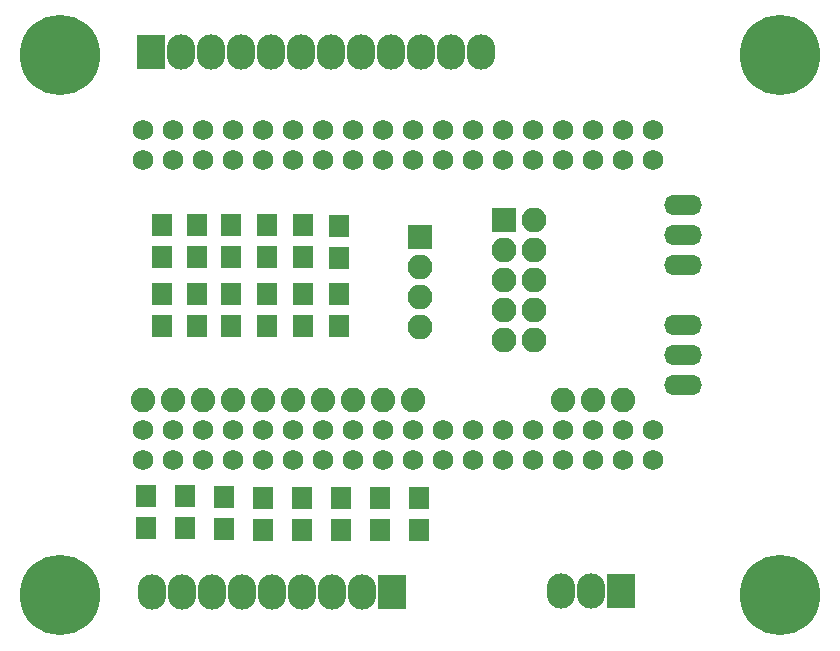
<source format=gbr>
G04 #@! TF.GenerationSoftware,KiCad,Pcbnew,(5.1.5-0)*
G04 #@! TF.CreationDate,2020-11-12T13:18:58+00:00*
G04 #@! TF.ProjectId,Strummi,53747275-6d6d-4692-9e6b-696361645f70,rev?*
G04 #@! TF.SameCoordinates,Original*
G04 #@! TF.FileFunction,Soldermask,Top*
G04 #@! TF.FilePolarity,Negative*
%FSLAX46Y46*%
G04 Gerber Fmt 4.6, Leading zero omitted, Abs format (unit mm)*
G04 Created by KiCad (PCBNEW (5.1.5-0)) date 2020-11-12 13:18:58*
%MOMM*%
%LPD*%
G04 APERTURE LIST*
%ADD10C,6.800000*%
%ADD11O,2.400000X3.000000*%
%ADD12R,2.400000X3.000000*%
%ADD13R,1.700000X1.900000*%
%ADD14O,3.219200X1.711200*%
%ADD15C,2.082800*%
%ADD16C,1.727200*%
%ADD17O,2.100000X2.100000*%
%ADD18R,2.100000X2.100000*%
G04 APERTURE END LIST*
D10*
X106680000Y-91440000D03*
X167640000Y-91440000D03*
X167640000Y-137160000D03*
X106680000Y-137160000D03*
D11*
X114427000Y-136906000D03*
X116967000Y-136906000D03*
X119507000Y-136906000D03*
X122047000Y-136906000D03*
X124587000Y-136906000D03*
X127127000Y-136906000D03*
X129667000Y-136906000D03*
X132207000Y-136906000D03*
D12*
X134747000Y-136906000D03*
D11*
X142303500Y-91186000D03*
X139763500Y-91186000D03*
X137223500Y-91186000D03*
X134683500Y-91186000D03*
X132143500Y-91186000D03*
X129603500Y-91186000D03*
X127063500Y-91186000D03*
X124523500Y-91186000D03*
X121983500Y-91186000D03*
X119443500Y-91186000D03*
X116903500Y-91186000D03*
D12*
X114363500Y-91186000D03*
D13*
X113919000Y-128778000D03*
X113919000Y-131478000D03*
X117221000Y-131478000D03*
X117221000Y-128778000D03*
X120523000Y-128825000D03*
X120523000Y-131525000D03*
X123825000Y-131605000D03*
X123825000Y-128905000D03*
X127127000Y-128905000D03*
X127127000Y-131605000D03*
X130429000Y-131605000D03*
X130429000Y-128905000D03*
X133731000Y-128905000D03*
X133731000Y-131605000D03*
X137033000Y-131605000D03*
X137033000Y-128905000D03*
X115316000Y-108538000D03*
X115316000Y-105838000D03*
X115316000Y-111633000D03*
X115316000Y-114333000D03*
X118237000Y-105838000D03*
X118237000Y-108538000D03*
X118237000Y-111633000D03*
X118237000Y-114333000D03*
X121158000Y-108538000D03*
X121158000Y-105838000D03*
X121158000Y-114333000D03*
X121158000Y-111633000D03*
X124206000Y-105838000D03*
X124206000Y-108538000D03*
X124206000Y-111633000D03*
X124206000Y-114333000D03*
X127254000Y-108538000D03*
X127254000Y-105838000D03*
X127254000Y-114333000D03*
X127254000Y-111633000D03*
X130302000Y-105885000D03*
X130302000Y-108585000D03*
X130302000Y-111633000D03*
X130302000Y-114333000D03*
D14*
X159441024Y-114282076D03*
X159441024Y-116822076D03*
X159441024Y-119362076D03*
X159441024Y-104122076D03*
X159441024Y-106662076D03*
X159441024Y-109202076D03*
D15*
X154343101Y-120650000D03*
X151803101Y-120650000D03*
X149263101Y-120650000D03*
D16*
X131501698Y-100311403D03*
X131501698Y-97771403D03*
X123881698Y-100311403D03*
X123881698Y-97771403D03*
X118801698Y-97771403D03*
X116261698Y-100311403D03*
X121341698Y-100311403D03*
X121341698Y-97771403D03*
X118801698Y-100311403D03*
X116261698Y-97771403D03*
X113721698Y-100311403D03*
X113721698Y-97771403D03*
X136581698Y-97771403D03*
X134041698Y-100311403D03*
X134041698Y-97771403D03*
X139121698Y-100311403D03*
X139121698Y-97771403D03*
X136581698Y-100311403D03*
X156901698Y-100311403D03*
X156901698Y-97771403D03*
X154361698Y-100311403D03*
X144201698Y-100311403D03*
X144201698Y-97771403D03*
X141661698Y-100311403D03*
X141661698Y-97771403D03*
X149281698Y-97771403D03*
X146741698Y-100311403D03*
X146741698Y-97771403D03*
X128961698Y-100311403D03*
X128961698Y-97771403D03*
X126421698Y-100311403D03*
X126421698Y-97771403D03*
X154361698Y-97771403D03*
X151821698Y-100311403D03*
X151821698Y-97771403D03*
X149281698Y-100311403D03*
D15*
X136563101Y-120650000D03*
X134023101Y-120650000D03*
X131483101Y-120650000D03*
X128943101Y-120650000D03*
X126403101Y-120650000D03*
X123863101Y-120650000D03*
X121323101Y-120650000D03*
X118783101Y-120650000D03*
X116243101Y-120650000D03*
X113703101Y-120650000D03*
D16*
X156912279Y-125700823D03*
X156912279Y-123160823D03*
X154372279Y-125700823D03*
X154372279Y-123160823D03*
X151832279Y-125700823D03*
X151832279Y-123160823D03*
X149292279Y-125700823D03*
X149292279Y-123160823D03*
X146752279Y-125700823D03*
X146752279Y-123160823D03*
X144212279Y-125700823D03*
X144212279Y-123160823D03*
X141672279Y-125700823D03*
X141672279Y-123160823D03*
X139132279Y-125700823D03*
X139132279Y-123160823D03*
X136592279Y-125700823D03*
X136592279Y-123160823D03*
X134052279Y-125700823D03*
X134052279Y-123160823D03*
X131512279Y-125700823D03*
X131512279Y-123160823D03*
X128972279Y-125700823D03*
X128972279Y-123160823D03*
X126432279Y-125700823D03*
X126432279Y-123160823D03*
X123892279Y-125700823D03*
X123892279Y-123160823D03*
X121352279Y-125700823D03*
X121352279Y-123160823D03*
X118812279Y-125700823D03*
X118812279Y-123160823D03*
X116272279Y-125700823D03*
X116272279Y-123160823D03*
X113732279Y-125700823D03*
X113732279Y-123160823D03*
D17*
X146812000Y-115506500D03*
X144272000Y-115506500D03*
X146812000Y-112966500D03*
X144272000Y-112966500D03*
X146812000Y-110426500D03*
X144272000Y-110426500D03*
X146812000Y-107886500D03*
X144272000Y-107886500D03*
X146812000Y-105346500D03*
D18*
X144272000Y-105346500D03*
D17*
X137160000Y-114427000D03*
X137160000Y-111887000D03*
X137160000Y-109347000D03*
D18*
X137160000Y-106807000D03*
D11*
X149098000Y-136779000D03*
X151638000Y-136779000D03*
D12*
X154178000Y-136779000D03*
M02*

</source>
